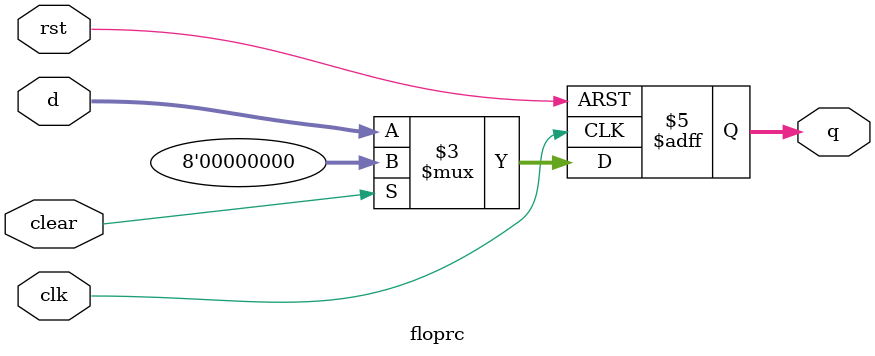
<source format=v>
`timescale 1ns / 1ps
`include "../defines2.vh"


module floprc #(parameter WIDTH = 8)(
	input wire clk,rst,clear,
	input wire[WIDTH-1:0] d,
	output reg[WIDTH-1:0] q
    );

	always @(posedge clk,posedge rst) begin
		if(rst) begin
			q <= 0;
		end else if (clear)begin
			q <= 0;
		end else begin 
			q <= d;
		end
	end
endmodule

</source>
